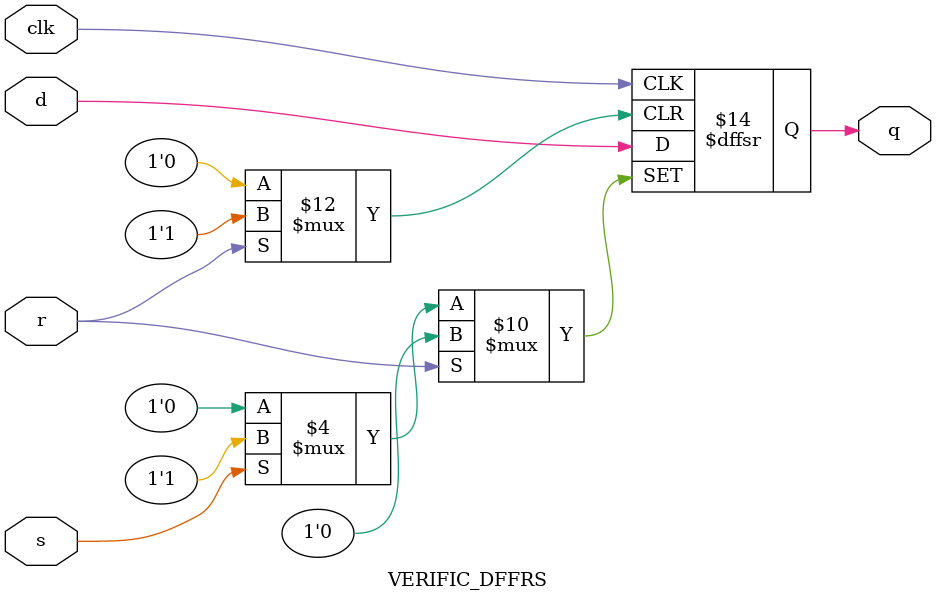
<source format=v>
/*verilator coverage_off */
module VERIFIC_DFFRS (clk, s, r, d, q);
  input clk, d, s, r;
  output reg q ;
  always @(posedge clk, posedge s, posedge r)
    if (r) q <= 0;
    else if (s) q <= 1;
    else q <= d;
endmodule // VERIFIC_DFFRS
/* verilator coverage_on */

</source>
